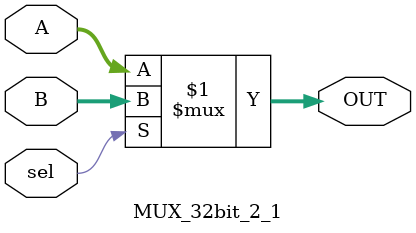
<source format=v>
module MUX_32bit_2_1 (
	input [31:0]A,
	input [31:0]B,
	input sel,
	output [31:0]OUT
);

assign OUT = sel ? B : A;


endmodule
</source>
